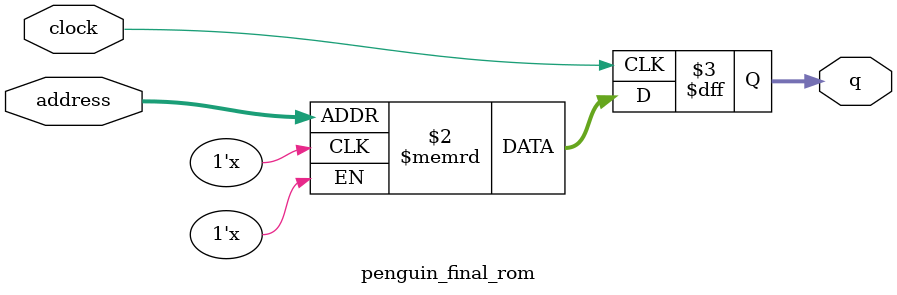
<source format=sv>
module penguin_final_rom (
	input logic clock,
	input logic [12:0] address,
	output logic [2:0] q
);

logic [2:0] memory [0:4999] /* synthesis ram_init_file = "./penguin_final/penguin_final.mif" */;

always_ff @ (posedge clock) begin
	q <= memory[address];
end

endmodule

</source>
